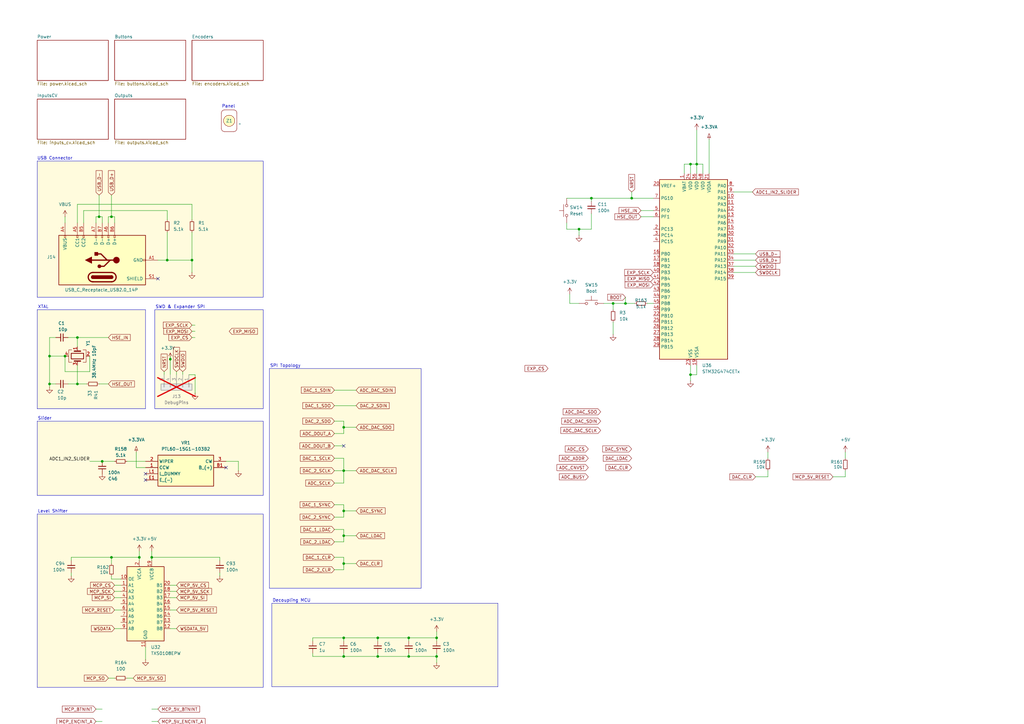
<source format=kicad_sch>
(kicad_sch (version 20231120) (generator "eeschema") (generator_version "8.0")
  (paper "A3")
  (lib_symbols
    (symbol "BMCV:FrontPanel" (in_bom no)
      (property "Reference" "Z" (at 0 0 0))
    )
    (symbol "BMCV:PTLxx-xxxx-xxxxx"
      (property "Reference" "VR" (at 29.21 7.62 0))
      (property "Value" "PTLxx-xxxx-xxxxx" (at 29.21 5.08 0))
      (symbol "PTLxx-xxxx-xxxxx_1_1"
        (pin passive line (at 0 -2.54 0) (length 5.08) (name "CCW") (number "1"))
        (pin passive line (at 0 0 0) (length 5.08) (name "WIPER") (number "2"))
        (pin passive line (at 33.02 0 180) (length 5.08) (name "CW") (number "3"))
        (pin passive line (at 33.02 -2.54 180) (length 5.08) (name "B_(+)") (number "B1"))
        (pin passive line (at 0 -7.62 0) (length 5.08) (name "E_(-)") (number "E1"))
        (pin passive line (at 0 -5.08 0) (length 5.08) (name "L_DUMMY") (number "L1"))
      )
    )
    (symbol "Connector:USB_C_Receptacle_USB2.0_14P" (pin_names (offset 1.016))
      (property "Reference" "J" (at 0 22.225 0))
      (property "Value" "USB_C_Receptacle_USB2.0_14P" (at 0 19.685 0))
      (symbol "USB_C_Receptacle_USB2.0_14P_1_1"
        (pin passive line (at 0 -22.86 90) (length 5.08) (name "GND") (number "A1"))
        (pin passive line (at 0 -22.86 90) (length 5.08) hide (name "GND") (number "A12"))
        (pin passive line (at 15.24 15.24 180) (length 5.08) (name "VBUS") (number "A4"))
        (pin bidirectional line (at 15.24 10.16 180) (length 5.08) (name "CC1") (number "A5"))
        (pin bidirectional line (at 15.24 -2.54 180) (length 5.08) (name "D+") (number "A6"))
        (pin bidirectional line (at 15.24 2.54 180) (length 5.08) (name "D-") (number "A7"))
        (pin passive line (at 15.24 15.24 180) (length 5.08) hide (name "VBUS") (number "A9"))
        (pin passive line (at 0 -22.86 90) (length 5.08) hide (name "GND") (number "B1"))
        (pin passive line (at 0 -22.86 90) (length 5.08) hide (name "GND") (number "B12"))
        (pin passive line (at 15.24 15.24 180) (length 5.08) hide (name "VBUS") (number "B4"))
        (pin bidirectional line (at 15.24 7.62 180) (length 5.08) (name "CC2") (number "B5"))
        (pin bidirectional line (at 15.24 -5.08 180) (length 5.08) (name "D+") (number "B6"))
        (pin bidirectional line (at 15.24 0 180) (length 5.08) (name "D-") (number "B7"))
        (pin passive line (at 15.24 15.24 180) (length 5.08) hide (name "VBUS") (number "B9"))
        (pin passive line (at -7.62 -22.86 90) (length 5.08) (name "SHIELD") (number "S1"))
      )
    )
    (symbol "Connector_Generic:Conn_01x05" (pin_names (offset 1.016) hide)
      (property "Reference" "J" (at 0 7.62 0))
      (property "Value" "Conn_01x05" (at 0 -7.62 0))
      (symbol "Conn_01x05_1_1"
        (pin passive line (at -5.08 5.08 0) (length 3.81) (name "Pin_1") (number "1"))
        (pin passive line (at -5.08 2.54 0) (length 3.81) (name "Pin_2") (number "2"))
        (pin passive line (at -5.08 0 0) (length 3.81) (name "Pin_3") (number "3"))
        (pin passive line (at -5.08 -2.54 0) (length 3.81) (name "Pin_4") (number "4"))
        (pin passive line (at -5.08 -5.08 0) (length 3.81) (name "Pin_5") (number "5"))
      )
    )
    (symbol "Device:C_Small" (pin_numbers hide) (pin_names (offset 0.254) hide)
      (property "Reference" "C" (at 0.254 1.778 0))
      (property "Value" "C_Small" (at 0.254 -2.032 0))
      (symbol "C_Small_1_1"
        (pin passive line (at 0 2.54 270) (length 2.032) (name "~") (number "1"))
        (pin passive line (at 0 -2.54 90) (length 2.032) (name "~") (number "2"))
      )
    )
    (symbol "Device:Crystal_GND24" (pin_names (offset 1.016) hide)
      (property "Reference" "Y" (at 3.175 5.08 0))
      (property "Value" "Crystal_GND24" (at 3.175 3.175 0))
      (symbol "Crystal_GND24_1_1"
        (pin passive line (at -3.81 0 0) (length 1.27) (name "1") (number "1"))
        (pin passive line (at 0 5.08 270) (length 1.27) (name "2") (number "2"))
        (pin passive line (at 3.81 0 180) (length 1.27) (name "3") (number "3"))
        (pin passive line (at 0 -5.08 90) (length 1.27) (name "4") (number "4"))
      )
    )
    (symbol "Device:R_Small" (pin_numbers hide) (pin_names (offset 0.254) hide)
      (property "Reference" "R" (at 0.762 0.508 0))
      (property "Value" "R_Small" (at 0.762 -1.016 0))
      (symbol "R_Small_1_1"
        (pin passive line (at 0 2.54 270) (length 0.762) (name "~") (number "1"))
        (pin passive line (at 0 -2.54 90) (length 0.762) (name "~") (number "2"))
      )
    )
    (symbol "Logic_LevelTranslator:TXS0108EPW"
      (property "Reference" "U" (at -6.35 16.51 0))
      (property "Value" "TXS0108EPW" (at 3.81 16.51 0))
      (symbol "TXS0108EPW_1_1"
        (pin bidirectional line (at -10.16 7.62 0) (length 2.54) (name "A1") (number "1"))
        (pin input line (at -10.16 10.16 0) (length 2.54) (name "OE") (number "10"))
        (pin power_in line (at 0 -17.78 90) (length 2.54) (name "GND") (number "11"))
        (pin bidirectional line (at 10.16 -10.16 180) (length 2.54) (name "B8") (number "12"))
        (pin bidirectional line (at 10.16 -7.62 180) (length 2.54) (name "B7") (number "13"))
        (pin bidirectional line (at 10.16 -5.08 180) (length 2.54) (name "B6") (number "14"))
        (pin bidirectional line (at 10.16 -2.54 180) (length 2.54) (name "B5") (number "15"))
        (pin bidirectional line (at 10.16 0 180) (length 2.54) (name "B4") (number "16"))
        (pin bidirectional line (at 10.16 2.54 180) (length 2.54) (name "B3") (number "17"))
        (pin bidirectional line (at 10.16 5.08 180) (length 2.54) (name "B2") (number "18"))
        (pin power_in line (at 2.54 17.78 270) (length 2.54) (name "VCCB") (number "19"))
        (pin power_in line (at -2.54 17.78 270) (length 2.54) (name "VCCA") (number "2"))
        (pin bidirectional line (at 10.16 7.62 180) (length 2.54) (name "B1") (number "20"))
        (pin bidirectional line (at -10.16 5.08 0) (length 2.54) (name "A2") (number "3"))
        (pin bidirectional line (at -10.16 2.54 0) (length 2.54) (name "A3") (number "4"))
        (pin bidirectional line (at -10.16 0 0) (length 2.54) (name "A4") (number "5"))
        (pin bidirectional line (at -10.16 -2.54 0) (length 2.54) (name "A5") (number "6"))
        (pin bidirectional line (at -10.16 -5.08 0) (length 2.54) (name "A6") (number "7"))
        (pin bidirectional line (at -10.16 -7.62 0) (length 2.54) (name "A7") (number "8"))
        (pin bidirectional line (at -10.16 -10.16 0) (length 2.54) (name "A8") (number "9"))
      )
    )
    (symbol "MCU_ST_STM32G4:STM32G474CETx"
      (property "Reference" "U" (at -12.7 39.37 0))
      (property "Value" "STM32G474CETx" (at 10.16 39.37 0))
      (symbol "STM32G474CETx_1_1"
        (pin power_in line (at -2.54 40.64 270) (length 2.54) (name "VBAT") (number "1"))
        (pin bidirectional line (at 17.78 30.48 180) (length 2.54) (name "PA2") (number "10"))
        (pin bidirectional line (at 17.78 27.94 180) (length 2.54) (name "PA3") (number "11"))
        (pin bidirectional line (at 17.78 25.4 180) (length 2.54) (name "PA4") (number "12"))
        (pin bidirectional line (at 17.78 22.86 180) (length 2.54) (name "PA5") (number "13"))
        (pin bidirectional line (at 17.78 20.32 180) (length 2.54) (name "PA6") (number "14"))
        (pin bidirectional line (at 17.78 17.78 180) (length 2.54) (name "PA7") (number "15"))
        (pin bidirectional line (at -15.24 7.62 0) (length 2.54) (name "PB0") (number "16"))
        (pin bidirectional line (at -15.24 5.08 0) (length 2.54) (name "PB1") (number "17"))
        (pin bidirectional line (at -15.24 2.54 0) (length 2.54) (name "PB2") (number "18"))
        (pin power_in line (at 2.54 -38.1 90) (length 2.54) (name "VSSA") (number "19"))
        (pin bidirectional line (at -15.24 17.78 0) (length 2.54) (name "PC13") (number "2"))
        (pin input line (at -15.24 35.56 0) (length 2.54) (name "VREF+") (number "20"))
        (pin power_in line (at 7.62 40.64 270) (length 2.54) (name "VDDA") (number "21"))
        (pin bidirectional line (at -15.24 -17.78 0) (length 2.54) (name "PB10") (number "22"))
        (pin power_in line (at 0 -38.1 90) (length 2.54) (name "VSS") (number "23"))
        (pin power_in line (at 0 40.64 270) (length 2.54) (name "VDD") (number "24"))
        (pin bidirectional line (at -15.24 -20.32 0) (length 2.54) (name "PB11") (number "25"))
        (pin bidirectional line (at -15.24 -22.86 0) (length 2.54) (name "PB12") (number "26"))
        (pin bidirectional line (at -15.24 -25.4 0) (length 2.54) (name "PB13") (number "27"))
        (pin bidirectional line (at -15.24 -27.94 0) (length 2.54) (name "PB14") (number "28"))
        (pin bidirectional line (at -15.24 -30.48 0) (length 2.54) (name "PB15") (number "29"))
        (pin bidirectional line (at -15.24 15.24 0) (length 2.54) (name "PC14") (number "3"))
        (pin bidirectional line (at 17.78 15.24 180) (length 2.54) (name "PA8") (number "30"))
        (pin bidirectional line (at 17.78 12.7 180) (length 2.54) (name "PA9") (number "31"))
        (pin bidirectional line (at 17.78 10.16 180) (length 2.54) (name "PA10") (number "32"))
        (pin bidirectional line (at 17.78 7.62 180) (length 2.54) (name "PA11") (number "33"))
        (pin bidirectional line (at 17.78 5.08 180) (length 2.54) (name "PA12") (number "34"))
        (pin passive line (at 0 -38.1 90) (length 2.54) hide (name "VSS") (number "35"))
        (pin power_in line (at 2.54 40.64 270) (length 2.54) (name "VDD") (number "36"))
        (pin bidirectional line (at 17.78 2.54 180) (length 2.54) (name "PA13") (number "37"))
        (pin bidirectional line (at 17.78 0 180) (length 2.54) (name "PA14") (number "38"))
        (pin bidirectional line (at 17.78 -2.54 180) (length 2.54) (name "PA15") (number "39"))
        (pin bidirectional line (at -15.24 12.7 0) (length 2.54) (name "PC15") (number "4"))
        (pin bidirectional line (at -15.24 0 0) (length 2.54) (name "PB3") (number "40"))
        (pin bidirectional line (at -15.24 -2.54 0) (length 2.54) (name "PB4") (number "41"))
        (pin bidirectional line (at -15.24 -5.08 0) (length 2.54) (name "PB5") (number "42"))
        (pin bidirectional line (at -15.24 -7.62 0) (length 2.54) (name "PB6") (number "43"))
        (pin bidirectional line (at -15.24 -10.16 0) (length 2.54) (name "PB7") (number "44"))
        (pin bidirectional line (at -15.24 -12.7 0) (length 2.54) (name "PB8") (number "45"))
        (pin bidirectional line (at -15.24 -15.24 0) (length 2.54) (name "PB9") (number "46"))
        (pin passive line (at 0 -38.1 90) (length 2.54) hide (name "VSS") (number "47"))
        (pin power_in line (at 5.08 40.64 270) (length 2.54) (name "VDD") (number "48"))
        (pin bidirectional line (at -15.24 25.4 0) (length 2.54) (name "PF0") (number "5"))
        (pin bidirectional line (at -15.24 22.86 0) (length 2.54) (name "PF1") (number "6"))
        (pin bidirectional line (at -15.24 30.48 0) (length 2.54) (name "PG10") (number "7"))
        (pin bidirectional line (at 17.78 35.56 180) (length 2.54) (name "PA0") (number "8"))
        (pin bidirectional line (at 17.78 33.02 180) (length 2.54) (name "PA1") (number "9"))
      )
    )
    (symbol "PCM_4ms_Power-symbol:+3.3V" (power) (pin_names (offset 0))
      (property "Value" "+3.3V" (at 0 3.556 0))
      (symbol "+3.3V_1_1"
        (pin power_in line (at 0 0 90) (length 0) hide (name "+3V3") (number "1"))
      )
    )
    (symbol "PCM_4ms_Power-symbol:+3.3VA" (power) (pin_names (offset 0))
      (property "Value" "+3.3VA" (at 0 3.81 0))
      (symbol "+3.3VA_0_0"
        (pin power_in line (at 0 0 90) (length 0) hide (name "+3.3VA") (number "1"))
      )
    )
    (symbol "Switch:SW_Push" (pin_numbers hide) (pin_names (offset 1.016) hide)
      (property "Reference" "SW" (at 1.27 2.54 0))
      (property "Value" "SW_Push" (at 0 -1.524 0))
      (symbol "SW_Push_0_1"
        (pin passive line (at -5.08 0 0) (length 2.54) (name "1") (number "1"))
        (pin passive line (at 5.08 0 180) (length 2.54) (name "2") (number "2"))
      )
    )
    (symbol "power:+5V" (power) (pin_numbers hide) (pin_names (offset 0) hide)
      (property "Value" "+5V" (at 0 3.556 0))
      (symbol "+5V_1_1"
        (pin power_in line (at 0 0 90) (length 0) (name "~") (number "1"))
      )
    )
    (symbol "power:GND" (power) (pin_numbers hide) (pin_names (offset 0) hide)
      (property "Value" "GND" (at 0 -3.81 0))
      (symbol "GND_1_1"
        (pin power_in line (at 0 0 270) (length 0) (name "~") (number "1"))
      )
    )
    (symbol "power:VBUS" (power) (pin_numbers hide) (pin_names (offset 0) hide)
      (property "Value" "VBUS" (at 0 3.556 0))
      (symbol "VBUS_1_1"
        (pin power_in line (at 0 0 90) (length 0) (name "~") (number "1"))
      )
    )
  )
  (junction (at 140.97 193.04))
  (junction (at 41.91 189.23))
  (junction (at 154.94 269.24))
  (junction (at 40.64 88.9))
  (junction (at 179.07 261.62))
  (junction (at 154.94 261.62))
  (junction (at 140.97 219.71))
  (junction (at 26.67 146.05))
  (junction (at 259.08 81.28))
  (junction (at 140.97 231.14))
  (junction (at 78.74 106.68))
  (junction (at 68.58 106.68))
  (junction (at 20.32 157.48))
  (junction (at 31.75 138.43))
  (junction (at 283.21 153.67))
  (junction (at 251.46 124.46))
  (junction (at 167.64 261.62))
  (junction (at 179.07 269.24))
  (junction (at 45.72 88.9))
  (junction (at 167.64 269.24))
  (junction (at 57.15 228.6))
  (junction (at 285.75 67.31))
  (junction (at 256.54 124.46))
  (junction (at 20.32 146.05))
  (junction (at 69.85 147.32))
  (junction (at 140.97 209.55))
  (junction (at 283.21 67.31))
  (junction (at 237.49 93.98))
  (junction (at 45.72 228.6))
  (junction (at 62.23 228.6))
  (junction (at 140.97 269.24))
  (junction (at 140.97 175.26))
  (junction (at 31.75 157.48))
  (junction (at 140.97 261.62))
  (junction (at 242.57 81.28))
  (no_connect (at 140.97 182.88))
  (no_connect (at 59.69 196.85))
  (no_connect (at 64.77 114.3))
  (no_connect (at 59.69 194.31))
  (no_connect (at 92.71 191.77))
  (wire (pts (xy 137.16 160.02) (xy 146.05 160.02)))
  (wire (pts (xy 68.58 86.36) (xy 68.58 90.17)))
  (wire (pts (xy 251.46 124.46) (xy 251.46 127)))
  (wire (pts (xy 128.27 261.62) (xy 140.97 261.62)))
  (wire (pts (xy 251.46 132.08) (xy 251.46 137.16)))
  (wire (pts (xy 233.68 120.65) (xy 233.68 124.46)))
  (wire (pts (xy 259.08 81.28) (xy 267.97 81.28)))
  (wire (pts (xy 140.97 261.62) (xy 154.94 261.62)))
  (wire (pts (xy 69.85 245.11) (xy 72.39 245.11)))
  (wire (pts (xy 314.96 185.42) (xy 314.96 187.96)))
  (wire (pts (xy 140.97 198.12) (xy 137.16 198.12)))
  (wire (pts (xy 140.97 177.8) (xy 137.16 177.8)))
  (wire (pts (xy 140.97 212.09) (xy 137.16 212.09)))
  (wire (pts (xy 41.91 91.44) (xy 41.91 88.9)))
  (wire (pts (xy 154.94 261.62) (xy 154.94 262.89)))
  (wire (pts (xy 46.99 240.03) (xy 49.53 240.03)))
  (wire (pts (xy 247.65 124.46) (xy 251.46 124.46)))
  (wire (pts (xy 242.57 87.63) (xy 242.57 93.98)))
  (wire (pts (xy 31.75 157.48) (xy 27.94 157.48)))
  (wire (pts (xy 137.16 166.37) (xy 146.05 166.37)))
  (wire (pts (xy 179.07 267.97) (xy 179.07 269.24)))
  (wire (pts (xy 46.99 88.9) (xy 46.99 91.44)))
  (wire (pts (xy 31.75 138.43) (xy 31.75 142.24)))
  (wire (pts (xy 167.64 261.62) (xy 179.07 261.62)))
  (wire (pts (xy 232.41 93.98) (xy 237.49 93.98)))
  (wire (pts (xy 300.99 106.68) (xy 309.88 106.68)))
  (wire (pts (xy 140.97 228.6) (xy 140.97 231.14)))
  (wire (pts (xy 128.27 261.62) (xy 128.27 262.89)))
  (wire (pts (xy 31.75 138.43) (xy 27.94 138.43)))
  (wire (pts (xy 140.97 193.04) (xy 140.97 198.12)))
  (wire (pts (xy 69.85 147.32) (xy 69.85 146.05)))
  (wire (pts (xy 140.97 207.01) (xy 140.97 209.55)))
  (wire (pts (xy 300.99 111.76) (xy 309.88 111.76)))
  (wire (pts (xy 69.85 240.03) (xy 72.39 240.03)))
  (wire (pts (xy 78.74 111.76) (xy 78.74 106.68)))
  (wire (pts (xy 44.45 91.44) (xy 44.45 88.9)))
  (wire (pts (xy 259.08 78.74) (xy 259.08 81.28)))
  (wire (pts (xy 300.99 109.22) (xy 309.88 109.22)))
  (wire (pts (xy 78.74 138.43) (xy 80.01 138.43)))
  (wire (pts (xy 167.64 261.62) (xy 167.64 262.89)))
  (wire (pts (xy 52.07 278.13) (xy 54.61 278.13)))
  (wire (pts (xy 78.74 95.25) (xy 78.74 106.68)))
  (wire (pts (xy 346.71 195.58) (xy 346.71 193.04)))
  (wire (pts (xy 69.85 250.19) (xy 72.39 250.19)))
  (wire (pts (xy 140.97 172.72) (xy 140.97 175.26)))
  (wire (pts (xy 36.83 152.4) (xy 26.67 152.4)))
  (wire (pts (xy 140.97 231.14) (xy 140.97 233.68)))
  (wire (pts (xy 45.72 236.22) (xy 45.72 237.49)))
  (wire (pts (xy 78.74 133.35) (xy 80.01 133.35)))
  (wire (pts (xy 346.71 185.42) (xy 346.71 187.96)))
  (wire (pts (xy 154.94 261.62) (xy 167.64 261.62)))
  (wire (pts (xy 68.58 86.36) (xy 34.29 86.36)))
  (wire (pts (xy 140.97 209.55) (xy 140.97 212.09)))
  (wire (pts (xy 39.37 295.91) (xy 41.91 295.91)))
  (wire (pts (xy 57.15 228.6) (xy 45.72 228.6)))
  (wire (pts (xy 137.16 182.88) (xy 140.97 182.88)))
  (wire (pts (xy 39.37 298.45) (xy 41.91 298.45)))
  (wire (pts (xy 140.97 222.25) (xy 137.16 222.25)))
  (wire (pts (xy 290.83 57.15) (xy 290.83 71.12)))
  (wire (pts (xy 62.23 226.06) (xy 62.23 228.6)))
  (wire (pts (xy 283.21 153.67) (xy 283.21 156.21)))
  (wire (pts (xy 137.16 172.72) (xy 140.97 172.72)))
  (wire (pts (xy 67.31 152.4) (xy 67.31 153.67)))
  (wire (pts (xy 39.37 290.83) (xy 41.91 290.83)))
  (wire (pts (xy 69.85 153.67) (xy 69.85 147.32)))
  (wire (pts (xy 128.27 269.24) (xy 140.97 269.24)))
  (wire (pts (xy 68.58 106.68) (xy 64.77 106.68)))
  (wire (pts (xy 29.21 228.6) (xy 29.21 229.87)))
  (wire (pts (xy 35.56 157.48) (xy 31.75 157.48)))
  (wire (pts (xy 262.89 88.9) (xy 267.97 88.9)))
  (wire (pts (xy 267.97 86.36) (xy 262.89 86.36)))
  (wire (pts (xy 80.01 153.67) (xy 77.47 153.67)))
  (wire (pts (xy 314.96 195.58) (xy 314.96 193.04)))
  (wire (pts (xy 72.39 152.4) (xy 72.39 153.67)))
  (wire (pts (xy 283.21 67.31) (xy 285.75 67.31)))
  (wire (pts (xy 140.97 219.71) (xy 140.97 222.25)))
  (wire (pts (xy 242.57 81.28) (xy 242.57 82.55)))
  (wire (pts (xy 140.97 193.04) (xy 146.05 193.04)))
  (wire (pts (xy 45.72 237.49) (xy 49.53 237.49)))
  (wire (pts (xy 140.97 269.24) (xy 154.94 269.24)))
  (wire (pts (xy 45.72 228.6) (xy 45.72 231.14)))
  (wire (pts (xy 167.64 269.24) (xy 179.07 269.24)))
  (wire (pts (xy 232.41 91.44) (xy 232.41 93.98)))
  (wire (pts (xy 140.97 209.55) (xy 146.05 209.55)))
  (wire (pts (xy 285.75 153.67) (xy 283.21 153.67)))
  (wire (pts (xy 140.97 267.97) (xy 140.97 269.24)))
  (wire (pts (xy 40.64 88.9) (xy 40.64 80.01)))
  (wire (pts (xy 90.17 234.95) (xy 90.17 236.22)))
  (wire (pts (xy 46.99 257.81) (xy 49.53 257.81)))
  (wire (pts (xy 26.67 88.9) (xy 26.67 91.44)))
  (wire (pts (xy 140.97 233.68) (xy 137.16 233.68)))
  (wire (pts (xy 40.64 88.9) (xy 39.37 88.9)))
  (wire (pts (xy 31.75 83.82) (xy 31.75 91.44)))
  (wire (pts (xy 233.68 124.46) (xy 237.49 124.46)))
  (wire (pts (xy 62.23 290.83) (xy 64.77 290.83)))
  (wire (pts (xy 68.58 95.25) (xy 68.58 106.68)))
  (wire (pts (xy 46.99 245.11) (xy 49.53 245.11)))
  (wire (pts (xy 265.43 124.46) (xy 267.97 124.46)))
  (wire (pts (xy 41.91 88.9) (xy 40.64 88.9)))
  (wire (pts (xy 137.16 207.01) (xy 140.97 207.01)))
  (wire (pts (xy 74.93 152.4) (xy 74.93 153.67)))
  (wire (pts (xy 140.97 231.14) (xy 146.05 231.14)))
  (wire (pts (xy 22.86 138.43) (xy 20.32 138.43)))
  (wire (pts (xy 140.97 175.26) (xy 146.05 175.26)))
  (wire (pts (xy 20.32 157.48) (xy 20.32 146.05)))
  (wire (pts (xy 62.23 295.91) (xy 64.77 295.91)))
  (wire (pts (xy 31.75 157.48) (xy 31.75 149.86)))
  (wire (pts (xy 44.45 138.43) (xy 31.75 138.43)))
  (wire (pts (xy 128.27 267.97) (xy 128.27 269.24)))
  (wire (pts (xy 39.37 88.9) (xy 39.37 91.44)))
  (wire (pts (xy 285.75 53.34) (xy 285.75 67.31)))
  (wire (pts (xy 41.91 189.23) (xy 46.99 189.23)))
  (wire (pts (xy 140.97 261.62) (xy 140.97 262.89)))
  (wire (pts (xy 256.54 124.46) (xy 260.35 124.46)))
  (wire (pts (xy 45.72 88.9) (xy 46.99 88.9)))
  (wire (pts (xy 36.83 189.23) (xy 41.91 189.23)))
  (wire (pts (xy 280.67 71.12) (xy 280.67 67.31)))
  (wire (pts (xy 140.97 187.96) (xy 140.97 193.04)))
  (wire (pts (xy 140.97 219.71) (xy 146.05 219.71)))
  (wire (pts (xy 167.64 267.97) (xy 167.64 269.24)))
  (wire (pts (xy 78.74 106.68) (xy 68.58 106.68)))
  (wire (pts (xy 22.86 157.48) (xy 20.32 157.48)))
  (wire (pts (xy 26.67 146.05) (xy 20.32 146.05)))
  (wire (pts (xy 237.49 93.98) (xy 237.49 96.52)))
  (wire (pts (xy 137.16 228.6) (xy 140.97 228.6)))
  (wire (pts (xy 26.67 146.05) (xy 26.67 152.4)))
  (wire (pts (xy 283.21 149.86) (xy 283.21 153.67)))
  (wire (pts (xy 55.88 191.77) (xy 55.88 185.42)))
  (wire (pts (xy 97.79 189.23) (xy 97.79 193.04)))
  (wire (pts (xy 46.99 242.57) (xy 49.53 242.57)))
  (wire (pts (xy 140.97 217.17) (xy 140.97 219.71)))
  (wire (pts (xy 242.57 93.98) (xy 237.49 93.98)))
  (wire (pts (xy 179.07 261.62) (xy 179.07 262.89)))
  (wire (pts (xy 251.46 124.46) (xy 256.54 124.46)))
  (wire (pts (xy 69.85 242.57) (xy 72.39 242.57)))
  (wire (pts (xy 285.75 67.31) (xy 285.75 71.12)))
  (wire (pts (xy 62.23 228.6) (xy 62.23 229.87)))
  (wire (pts (xy 280.67 67.31) (xy 283.21 67.31)))
  (wire (pts (xy 137.16 217.17) (xy 140.97 217.17)))
  (wire (pts (xy 78.74 83.82) (xy 78.74 90.17)))
  (wire (pts (xy 283.21 71.12) (xy 283.21 67.31)))
  (wire (pts (xy 341.63 195.58) (xy 346.71 195.58)))
  (wire (pts (xy 137.16 193.04) (xy 140.97 193.04)))
  (wire (pts (xy 44.45 88.9) (xy 45.72 88.9)))
  (wire (pts (xy 232.41 81.28) (xy 242.57 81.28)))
  (wire (pts (xy 45.72 80.01) (xy 45.72 88.9)))
  (wire (pts (xy 92.71 189.23) (xy 97.79 189.23)))
  (wire (pts (xy 78.74 83.82) (xy 31.75 83.82)))
  (wire (pts (xy 20.32 158.75) (xy 20.32 157.48)))
  (wire (pts (xy 309.88 195.58) (xy 314.96 195.58)))
  (wire (pts (xy 29.21 234.95) (xy 29.21 236.22)))
  (wire (pts (xy 179.07 259.08) (xy 179.07 261.62)))
  (wire (pts (xy 288.29 71.12) (xy 288.29 67.31)))
  (wire (pts (xy 137.16 187.96) (xy 140.97 187.96)))
  (wire (pts (xy 62.23 228.6) (xy 90.17 228.6)))
  (wire (pts (xy 78.74 135.89) (xy 80.01 135.89)))
  (wire (pts (xy 179.07 269.24) (xy 179.07 271.78)))
  (wire (pts (xy 256.54 121.92) (xy 256.54 124.46)))
  (wire (pts (xy 154.94 269.24) (xy 167.64 269.24)))
  (wire (pts (xy 300.99 104.14) (xy 309.88 104.14)))
  (wire (pts (xy 34.29 86.36) (xy 34.29 91.44)))
  (wire (pts (xy 242.57 81.28) (xy 259.08 81.28)))
  (wire (pts (xy 36.83 146.05) (xy 36.83 152.4)))
  (wire (pts (xy 52.07 189.23) (xy 59.69 189.23)))
  (wire (pts (xy 46.99 250.19) (xy 49.53 250.19)))
  (wire (pts (xy 140.97 175.26) (xy 140.97 177.8)))
  (wire (pts (xy 69.85 257.81) (xy 72.39 257.81)))
  (wire (pts (xy 80.01 161.29) (xy 80.01 153.67)))
  (wire (pts (xy 57.15 226.06) (xy 57.15 228.6)))
  (wire (pts (xy 300.99 78.74) (xy 308.61 78.74)))
  (wire (pts (xy 285.75 149.86) (xy 285.75 153.67)))
  (wire (pts (xy 90.17 228.6) (xy 90.17 229.87)))
  (wire (pts (xy 59.69 265.43) (xy 59.69 270.51)))
  (wire (pts (xy 44.45 157.48) (xy 40.64 157.48)))
  (wire (pts (xy 154.94 267.97) (xy 154.94 269.24)))
  (wire (pts (xy 288.29 67.31) (xy 285.75 67.31)))
  (wire (pts (xy 62.23 298.45) (xy 64.77 298.45)))
  (wire (pts (xy 45.72 228.6) (xy 29.21 228.6)))
  (wire (pts (xy 57.15 228.6) (xy 57.15 229.87)))
  (wire (pts (xy 20.32 146.05) (xy 20.32 138.43)))
  (wire (pts (xy 59.69 191.77) (xy 55.88 191.77)))
  (wire (pts (xy 44.45 278.13) (xy 46.99 278.13)))
  (rectangle (start 63.5 127) (end 107.95 167.64) (fill (type color) (color 255 246 187 0.49)))
  (rectangle (start 111.506 247.396) (end 204.216 281.686) (fill (type color) (color 255 246 187 0.49)))
  (rectangle (start 15.24 172.72) (end 107.95 203.2) (fill (type color) (color 255 246 187 0.49)))
  (rectangle (start 15.24 210.82) (end 107.95 281.94) (fill (type color) (color 255 246 187 0.49)))
  (rectangle (start 110.49 151.13) (end 172.72 241.3) (fill (type color) (color 255 246 187 0.49)))
  (rectangle (start 15.24 66.04) (end 107.95 121.92) (fill (type color) (color 255 246 187 0.49)))
  (rectangle (start 15.24 127) (end 59.69 167.64) (fill (type color) (color 255 246 187 0.49)))
  (text "SPI Topology" (at 110.744 150.114 0) (effects (font (size 1.27 1.27)) (justify left)))
  (text "Slider" (at 15.494 171.704 0) (effects (font (size 1.27 1.27)) (justify left)))
  (text "Panel" (at 93.726 43.688 0) (effects (font (size 1.27 1.27))))
  (text "Level Shifter" (at 15.494 209.804 0) (effects (font (size 1.27 1.27)) (justify left)))
  (text "Decoupling MCU" (at 111.76 246.38 0) (effects (font (size 1.27 1.27)) (justify left)))
  (text "USB Connector" (at 15.24 65.024 0) (effects (font (size 1.27 1.27)) (justify left)))
  (text "XTAL" (at 15.494 125.984 0) (effects (font (size 1.27 1.27)) (justify left)))
  (text "SWD & Expander SPI" (at 63.754 125.984 0) (effects (font (size 1.27 1.27)) (justify left)))
  (label "ADC1_IN2_SLIDER" (at 36.83 189.23 180))
  (global_label "EXP_MOSI" (shape input) (at 78.74 135.89 180) (property "Intersheetrefs" "${INTERSHEET_REFS}" (effects (hide yes))))
  (global_label "SWDIO" (shape input) (at 74.93 152.4 90) (property "Intersheetrefs" "${INTERSHEET_REFS}" (effects (hide yes))))
  (global_label "ADC_DAC_SCLK" (shape input) (at 246.38 176.53 180) (property "Intersheetrefs" "${INTERSHEET_REFS}" (effects (hide yes))))
  (global_label "MCP_SO" (shape input) (at 44.45 278.13 180) (property "Intersheetrefs" "${INTERSHEET_REFS}" (effects (hide yes))))
  (global_label "DAC_SYNC" (shape input) (at 259.08 184.15 180) (property "Intersheetrefs" "${INTERSHEET_REFS}" (effects (hide yes))))
  (global_label "WSDATA" (shape input) (at 46.99 257.81 180) (property "Intersheetrefs" "${INTERSHEET_REFS}" (effects (hide yes))))
  (global_label "ADC_ADDR" (shape input) (at 241.3 187.96 180) (property "Intersheetrefs" "${INTERSHEET_REFS}" (effects (hide yes))))
  (global_label "ADC_DAC_SCLK" (shape input) (at 146.05 193.04 0) (property "Intersheetrefs" "${INTERSHEET_REFS}" (effects (hide yes))))
  (global_label "BOOT" (shape input) (at 256.54 121.92 180) (property "Intersheetrefs" "${INTERSHEET_REFS}" (effects (hide yes))))
  (global_label "DAC_2_SDIN" (shape input) (at 146.05 166.37 0) (property "Intersheetrefs" "${INTERSHEET_REFS}" (effects (hide yes))))
  (global_label "DAC_LDAC" (shape input) (at 146.05 219.71 0) (property "Intersheetrefs" "${INTERSHEET_REFS}" (effects (hide yes))))
  (global_label "MCP_5V_CS" (shape input) (at 72.39 240.03 0) (property "Intersheetrefs" "${INTERSHEET_REFS}" (effects (hide yes))))
  (global_label "NRST" (shape input) (at 259.08 78.74 90) (property "Intersheetrefs" "${INTERSHEET_REFS}" (effects (hide yes))))
  (global_label "MCP_SCK" (shape input) (at 46.99 242.57 180) (property "Intersheetrefs" "${INTERSHEET_REFS}" (effects (hide yes))))
  (global_label "DAC_1_SCLK" (shape input) (at 137.16 187.96 180) (property "Intersheetrefs" "${INTERSHEET_REFS}" (effects (hide yes))))
  (global_label "MCP_5V_ENCINT_A" (shape input) (at 64.77 295.91 0) (property "Intersheetrefs" "${INTERSHEET_REFS}" (effects (hide yes))))
  (global_label "USB_D+" (shape input) (at 45.72 80.01 90) (property "Intersheetrefs" "${INTERSHEET_REFS}" (effects (hide yes))))
  (global_label "USB_D+" (shape input) (at 309.88 106.68 0) (property "Intersheetrefs" "${INTERSHEET_REFS}" (effects (hide yes))))
  (global_label "EXP_SCLK" (shape input) (at 78.74 133.35 180) (property "Intersheetrefs" "${INTERSHEET_REFS}" (effects (hide yes))))
  (global_label "DAC_1_LDAC" (shape input) (at 137.16 217.17 180) (property "Intersheetrefs" "${INTERSHEET_REFS}" (effects (hide yes))))
  (global_label "DAC_CLR" (shape input) (at 259.08 191.77 180) (property "Intersheetrefs" "${INTERSHEET_REFS}" (effects (hide yes))))
  (global_label "MCP_RESET" (shape input) (at 46.99 250.19 180) (property "Intersheetrefs" "${INTERSHEET_REFS}" (effects (hide yes))))
  (global_label "ADC_DAC_SDIN" (shape input) (at 146.05 160.02 0) (property "Intersheetrefs" "${INTERSHEET_REFS}" (effects (hide yes))))
  (global_label "ADC_DOUT_B" (shape input) (at 137.16 182.88 180) (property "Intersheetrefs" "${INTERSHEET_REFS}" (effects (hide yes))))
  (global_label "EXP_CS" (shape input) (at 224.79 151.13 180) (property "Intersheetrefs" "${INTERSHEET_REFS}" (effects (hide yes))))
  (global_label "USB_D-" (shape input) (at 309.88 104.14 0) (property "Intersheetrefs" "${INTERSHEET_REFS}" (effects (hide yes))))
  (global_label "HSE_IN" (shape input) (at 44.45 138.43 0) (property "Intersheetrefs" "${INTERSHEET_REFS}" (effects (hide yes))))
  (global_label "DAC_2_SYNC" (shape input) (at 137.16 212.09 180) (property "Intersheetrefs" "${INTERSHEET_REFS}" (effects (hide yes))))
  (global_label "MCP_SI" (shape input) (at 46.99 245.11 180) (property "Intersheetrefs" "${INTERSHEET_REFS}" (effects (hide yes))))
  (global_label "DAC_CLR" (shape input) (at 309.88 195.58 180) (property "Intersheetrefs" "${INTERSHEET_REFS}" (effects (hide yes))))
  (global_label "ADC_CNVST" (shape input) (at 241.3 191.77 180) (property "Intersheetrefs" "${INTERSHEET_REFS}" (effects (hide yes))))
  (global_label "ADC_CS" (shape input) (at 241.3 184.15 180) (property "Intersheetrefs" "${INTERSHEET_REFS}" (effects (hide yes))))
  (global_label "MCP_5V_BTNINT" (shape input) (at 64.77 290.83 0) (property "Intersheetrefs" "${INTERSHEET_REFS}" (effects (hide yes))))
  (global_label "MCP_5V_SO" (shape input) (at 54.61 278.13 0) (property "Intersheetrefs" "${INTERSHEET_REFS}" (effects (hide yes))))
  (global_label "DAC_2_SCLK" (shape input) (at 137.16 193.04 180) (property "Intersheetrefs" "${INTERSHEET_REFS}" (effects (hide yes))))
  (global_label "DAC_2_LDAC" (shape input) (at 137.16 222.25 180) (property "Intersheetrefs" "${INTERSHEET_REFS}" (effects (hide yes))))
  (global_label "DAC_CLR" (shape input) (at 146.05 231.14 0) (property "Intersheetrefs" "${INTERSHEET_REFS}" (effects (hide yes))))
  (global_label "HSE_OUT" (shape input) (at 44.45 157.48 0) (property "Intersheetrefs" "${INTERSHEET_REFS}" (effects (hide yes))))
  (global_label "DAC_1_SDO" (shape input) (at 137.16 166.37 180) (property "Intersheetrefs" "${INTERSHEET_REFS}" (effects (hide yes))))
  (global_label "USB_D-" (shape input) (at 40.64 80.01 90) (property "Intersheetrefs" "${INTERSHEET_REFS}" (effects (hide yes))))
  (global_label "ADC1_IN2_SLIDER" (shape input) (at 308.61 78.74 0) (property "Intersheetrefs" "${INTERSHEET_REFS}" (effects (hide yes))))
  (global_label "DAC_2_SDO" (shape input) (at 137.16 172.72 180) (property "Intersheetrefs" "${INTERSHEET_REFS}" (effects (hide yes))))
  (global_label "MCP_CS" (shape input) (at 46.99 240.03 180) (property "Intersheetrefs" "${INTERSHEET_REFS}" (effects (hide yes))))
  (global_label "HSE_IN" (shape input) (at 262.89 86.36 180) (property "Intersheetrefs" "${INTERSHEET_REFS}" (effects (hide yes))))
  (global_label "MCP_5V_RESET" (shape input) (at 72.39 250.19 0) (property "Intersheetrefs" "${INTERSHEET_REFS}" (effects (hide yes))))
  (global_label "WSDATA_5V" (shape input) (at 72.39 257.81 0) (property "Intersheetrefs" "${INTERSHEET_REFS}" (effects (hide yes))))
  (global_label "ADC_DAC_SDO" (shape input) (at 246.38 168.91 180) (property "Intersheetrefs" "${INTERSHEET_REFS}" (effects (hide yes))))
  (global_label "NRST" (shape input) (at 67.31 152.4 90) (property "Intersheetrefs" "${INTERSHEET_REFS}" (effects (hide yes))))
  (global_label "SWDIO" (shape input) (at 309.88 109.22 0) (property "Intersheetrefs" "${INTERSHEET_REFS}" (effects (hide yes))))
  (global_label "MCP_BTNINT" (shape input) (at 39.37 290.83 180) (property "Intersheetrefs" "${INTERSHEET_REFS}" (effects (hide yes))))
  (global_label "HSE_OUT" (shape input) (at 262.89 88.9 180) (property "Intersheetrefs" "${INTERSHEET_REFS}" (effects (hide yes))))
  (global_label "SWDCLK" (shape input) (at 309.88 111.76 0) (property "Intersheetrefs" "${INTERSHEET_REFS}" (effects (hide yes))))
  (global_label "DAC_1_SDIN" (shape input) (at 137.16 160.02 180) (property "Intersheetrefs" "${INTERSHEET_REFS}" (effects (hide yes))))
  (global_label "EXP_SCLK" (shape input) (at 267.97 111.76 180) (property "Intersheetrefs" "${INTERSHEET_REFS}" (effects (hide yes))))
  (global_label "ADC_DOUT_A" (shape input) (at 137.16 177.8 180) (property "Intersheetrefs" "${INTERSHEET_REFS}" (effects (hide yes))))
  (global_label "DAC_1_SYNC" (shape input) (at 137.16 207.01 180) (property "Intersheetrefs" "${INTERSHEET_REFS}" (effects (hide yes))))
  (global_label "MCP_5V_RESET" (shape input) (at 341.63 195.58 180) (property "Intersheetrefs" "${INTERSHEET_REFS}" (effects (hide yes))))
  (global_label "ADC_DAC_SDIN" (shape input) (at 246.38 172.72 180) (property "Intersheetrefs" "${INTERSHEET_REFS}" (effects (hide yes))))
  (global_label "ADC_SCLK" (shape input) (at 137.16 198.12 180) (property "Intersheetrefs" "${INTERSHEET_REFS}" (effects (hide yes))))
  (global_label "DAC_SYNC" (shape input) (at 146.05 209.55 0) (property "Intersheetrefs" "${INTERSHEET_REFS}" (effects (hide yes))))
  (global_label "SWDCLK" (shape input) (at 72.39 152.4 90) (property "Intersheetrefs" "${INTERSHEET_REFS}" (effects (hide yes))))
  (global_label "MCP_ENCINT_B" (shape input) (at 39.37 298.45 180) (property "Intersheetrefs" "${INTERSHEET_REFS}" (effects (hide yes))))
  (global_label "DAC_2_CLR" (shape input) (at 137.16 233.68 180) (property "Intersheetrefs" "${INTERSHEET_REFS}" (effects (hide yes))))
  (global_label "ADC_DAC_SDO" (shape input) (at 146.05 175.26 0) (property "Intersheetrefs" "${INTERSHEET_REFS}" (effects (hide yes))))
  (global_label "EXP_MISO" (shape input) (at 93.98 135.89 0) (property "Intersheetrefs" "${INTERSHEET_REFS}" (effects (hide yes))))
  (global_label "DAC_1_CLR" (shape input) (at 137.16 228.6 180) (property "Intersheetrefs" "${INTERSHEET_REFS}" (effects (hide yes))))
  (global_label "MCP_5V_ENCINT_B" (shape input) (at 64.77 298.45 0) (property "Intersheetrefs" "${INTERSHEET_REFS}" (effects (hide yes))))
  (global_label "MCP_5V_SCK" (shape input) (at 72.39 242.57 0) (property "Intersheetrefs" "${INTERSHEET_REFS}" (effects (hide yes))))
  (global_label "EXP_MISO" (shape input) (at 267.97 114.3 180) (property "Intersheetrefs" "${INTERSHEET_REFS}" (effects (hide yes))))
  (global_label "MCP_5V_SI" (shape input) (at 72.39 245.11 0) (property "Intersheetrefs" "${INTERSHEET_REFS}" (effects (hide yes))))
  (global_label "EXP_MOSI" (shape input) (at 267.97 116.84 180) (property "Intersheetrefs" "${INTERSHEET_REFS}" (effects (hide yes))))
  (global_label "ADC_BUSY" (shape input) (at 241.3 195.58 180) (property "Intersheetrefs" "${INTERSHEET_REFS}" (effects (hide yes))))
  (global_label "DAC_LDAC" (shape input) (at 259.08 187.96 180) (property "Intersheetrefs" "${INTERSHEET_REFS}" (effects (hide yes))))
  (global_label "EXP_CS" (shape input) (at 78.74 138.43 180) (property "Intersheetrefs" "${INTERSHEET_REFS}" (effects (hide yes))))
  (global_label "MCP_ENCINT_A" (shape input) (at 39.37 295.91 180) (property "Intersheetrefs" "${INTERSHEET_REFS}" (effects (hide yes))))
  (symbol (lib_id "Device:C_Small") (at 25.4 157.48 270) (unit 1)
    (property "Reference" "C2" (at 23.495 160.6612 90) (effects (justify left)))
    (property "Value" "10p" (at 23.495 163.2012 90) (effects (justify left)))
    (property "Footprint" "Capacitor_SMD:C_0402_1005Metric" (effects (hide yes)))
    (property "Description" "Unpolarized capacitor, small symbol" (effects (hide yes)))
  )
  (symbol (lib_id "Device:C_Small") (at 140.97 265.43 0) (unit 1)
    (property "Reference" "C6" (at 143.51 264.1662 0) (effects (justify left)))
    (property "Value" "100n" (at 143.51 266.7062 0) (effects (justify left)))
    (property "Footprint" "Capacitor_SMD:C_0402_1005Metric" (effects (hide yes)))
    (property "Description" "Unpolarized capacitor, small symbol" (effects (hide yes)))
  )
  (symbol (lib_id "Device:C_Small") (at 25.4 138.43 270) (unit 1)
    (property "Reference" "C1" (at 23.876 132.588 90) (effects (justify left)))
    (property "Value" "10p" (at 23.876 135.128 90) (effects (justify left)))
    (property "Footprint" "Capacitor_SMD:C_0402_1005Metric" (effects (hide yes)))
    (property "Description" "Unpolarized capacitor, small symbol" (effects (hide yes)))
  )
  (symbol (lib_id "Device:C_Small") (at 154.94 265.43 0) (unit 1)
    (property "Reference" "C5" (at 157.48 264.1662 0) (effects (justify left)))
    (property "Value" "100n" (at 157.48 266.7062 0) (effects (justify left)))
    (property "Footprint" "Capacitor_SMD:C_0402_1005Metric" (effects (hide yes)))
    (property "Description" "Unpolarized capacitor, small symbol" (effects (hide yes)))
  )
  (symbol (lib_id "Device:R_Small") (at 78.74 92.71 0) (unit 1)
    (property "Reference" "R1" (at 81.28 91.4399 0) (effects (justify left)))
    (property "Value" "5.1k" (at 81.28 93.9799 0) (effects (justify left)))
    (property "Footprint" "Resistor_SMD:R_0402_1005Metric" (effects (hide yes)))
    (property "Description" "Resistor, small symbol" (effects (hide yes)))
  )
  (symbol (lib_id "power:GND") (at 179.07 271.78 0) (unit 1)
    (property "Reference" "#PWR08" (effects (hide yes)))
    (property "Value" "GND" (effects (hide yes)))
    (property "Description" "Power symbol creates a global label with name \"GND\" , ground" (effects (hide yes)))
  )
  (symbol (lib_id "power:GND") (at 237.49 96.52 0) (unit 1)
    (property "Reference" "#PWR013" (effects (hide yes)))
    (property "Value" "GND" (effects (hide yes)))
    (property "Description" "Power symbol creates a global label with name \"GND\" , ground" (effects (hide yes)))
  )
  (symbol (lib_id "MCU_ST_STM32G4:STM32G474CETx") (at 283.21 111.76 0) (unit 1)
    (property "Reference" "U36" (at 287.9441 149.86 0) (effects (justify left)))
    (property "Value" "STM32G474CETx" (at 287.9441 152.4 0) (effects (justify left)))
    (property "Footprint" "Package_QFP:LQFP-48_7x7mm_P0.5mm" (effects (hide yes)))
    (property "Datasheet" "https://www.st.com/resource/en/datasheet/stm32g474ce.pdf" (effects (hide yes)))
    (property "Description" "STMicroelectronics Arm Cortex-M4 MCU, 512KB flash, 128KB RAM, 170 MHz, 1.71-3.6V, 38 GPIO, LQFP48" (effects (hide yes)))
  )
  (symbol (lib_id "Device:C_Small") (at 41.91 191.77 180) (unit 1)
    (property "Reference" "C46" (at 48.26 196.342 0) (effects (justify left)))
    (property "Value" "100n" (at 49.276 193.802 0) (effects (justify left)))
    (property "Footprint" "Capacitor_SMD:C_0402_1005Metric" (effects (hide yes)))
    (property "Description" "Unpolarized capacitor, small symbol" (effects (hide yes)))
  )
  (symbol (lib_id "PCM_4ms_Power-symbol:+3.3V") (at 57.15 226.06 0) (unit 1)
    (property "Reference" "#PWR0282" (effects (hide yes)))
    (property "Value" "+3.3V" (at 57.15 220.98 0))
  )
  (symbol (lib_id "Switch:SW_Push") (at 232.41 86.36 90) (unit 1)
    (property "Reference" "SW14" (at 233.68 85.0899 90) (effects (justify right)))
    (property "Value" "Reset" (at 233.68 87.6299 90) (effects (justify right)))
    (property "Footprint" "BMCV:TS-1095PS-AXXBX-C3DX" (effects (hide yes)))
    (property "Description" "Push button switch, generic, two pins" (effects (hide yes)))
  )
  (symbol (lib_id "BMCV:PTLxx-xxxx-xxxxx") (at 59.69 189.23 0) (unit 1)
    (property "Reference" "VR1" (at 76.2 181.61 0))
    (property "Value" "PTL60-15G1-103B2" (at 76.2 184.15 0))
    (property "Footprint" "BMCV:PTL6015xxxxxxx" (effects (hide yes)))
    (property "Datasheet" "https://www.bourns.com/docs/Product-Datasheets/PTL.pdf" (effects (hide yes)))
    (property "Description" "Bourns 1 Gang Slide Carbon Potentiometer with an 6 mm Dia. Shaft - 10k, +/-20%, 0.2W Power Rating, Linear, Through Hole" (effects (hide yes)))
    (property "Height" "22" (effects (hide yes)))
    (property "Mouser Part Number" "652-PTL60-15G1-103B2" (effects (hide yes)))
    (property "Mouser Price/Stock" "https://www.mouser.co.uk/ProductDetail/Bourns/PTL60-15G1-103B2?qs=XxajcJZMfNxADct0M%2FB1oA%3D%3D" (effects (hide yes)))
    (property "Manufacturer_Name" "Bourns" (effects (hide yes)))
    (property "Manufacturer_Part_Number" "PTL60-15G1-103B2" (effects (hide yes)))
  )
  (symbol (lib_id "power:GND") (at 283.21 156.21 0) (unit 1)
    (property "Reference" "#PWR06" (effects (hide yes)))
    (property "Value" "GND" (effects (hide yes)))
    (property "Description" "Power symbol creates a global label with name \"GND\" , ground" (effects (hide yes)))
  )
  (symbol (lib_id "power:GND") (at 90.17 236.22 0) (unit 1)
    (property "Reference" "#PWR0284" (effects (hide yes)))
    (property "Value" "GND" (effects (hide yes)))
    (property "Description" "Power symbol creates a global label with name \"GND\" , ground" (effects (hide yes)))
  )
  (symbol (lib_id "power:GND") (at 97.79 193.04 0) (unit 1)
    (property "Reference" "#PWR029" (effects (hide yes)))
    (property "Value" "GND" (effects (hide yes)))
    (property "Description" "Power symbol creates a global label with name \"GND\" , ground" (effects (hide yes)))
  )
  (symbol (lib_id "Device:C_Small") (at 29.21 232.41 0) (mirror y) (unit 1)
    (property "Reference" "C94" (at 26.67 231.1462 0) (effects (justify left)))
    (property "Value" "100n" (at 26.67 233.6862 0) (effects (justify left)))
    (property "Footprint" "Capacitor_SMD:C_0402_1005Metric" (effects (hide yes)))
    (property "Description" "Unpolarized capacitor, small symbol" (effects (hide yes)))
  )
  (symbol (lib_id "Device:R_Small") (at 49.53 278.13 90) (unit 1)
    (property "Reference" "R164" (at 49.53 271.78 90))
    (property "Value" "100" (at 49.53 274.32 90))
    (property "Footprint" "Resistor_SMD:R_0603_1608Metric" (effects (hide yes)))
    (property "Description" "Resistor, small symbol" (effects (hide yes)))
  )
  (symbol (lib_id "BMCV:FrontPanel") (at 93.98 49.53 0) (unit 1) (in_bom no)
    (property "Reference" "Z1" (at 92.71 49.53 0) (effects (justify left)))
    (property "Value" "~" (at 97.79 50.8 0) (effects (justify left)))
    (property "Footprint" "BMCV:BMCVPanel" (effects (hide yes)))
  )
  (symbol (lib_id "power:GND") (at 80.01 161.29 0) (unit 1)
    (property "Reference" "#PWR030" (effects (hide yes)))
    (property "Value" "GND" (effects (hide yes)))
    (property "Description" "Power symbol creates a global label with name \"GND\" , ground" (effects (hide yes)))
  )
  (symbol (lib_id "power:GND") (at 29.21 236.22 0) (unit 1)
    (property "Reference" "#PWR0285" (effects (hide yes)))
    (property "Value" "GND" (effects (hide yes)))
    (property "Description" "Power symbol creates a global label with name \"GND\" , ground" (effects (hide yes)))
  )
  (symbol (lib_id "Device:R_Small") (at 262.89 124.46 90) (unit 1)
    (property "Reference" "R163" (at 262.89 123.19 90))
    (property "Value" "5.1k" (at 262.89 125.73 90))
    (property "Footprint" "Resistor_SMD:R_0402_1005Metric" (effects (hide yes)))
    (property "Description" "Resistor, small symbol" (effects (hide yes)))
  )
  (symbol (lib_id "Device:C_Small") (at 167.64 265.43 0) (unit 1)
    (property "Reference" "C4" (at 170.18 264.1662 0) (effects (justify left)))
    (property "Value" "100n" (at 170.18 266.7062 0) (effects (justify left)))
    (property "Footprint" "Capacitor_SMD:C_0402_1005Metric" (effects (hide yes)))
    (property "Description" "Unpolarized capacitor, small symbol" (effects (hide yes)))
  )
  (symbol (lib_id "Device:C_Small") (at 128.27 265.43 0) (unit 1)
    (property "Reference" "C7" (at 130.81 264.1662 0) (effects (justify left)))
    (property "Value" "1u" (at 130.81 266.7062 0) (effects (justify left)))
    (property "Footprint" "Capacitor_SMD:C_0603_1608Metric" (effects (hide yes)))
    (property "Description" "Unpolarized capacitor, small symbol" (effects (hide yes)))
  )
  (symbol (lib_id "Device:R_Small") (at 314.96 190.5 180) (unit 1)
    (property "Reference" "R159" (at 308.864 189.484 0) (effects (justify right)))
    (property "Value" "10k" (at 310.134 191.516 0) (effects (justify right)))
    (property "Footprint" "Resistor_SMD:R_0402_1005Metric" (effects (hide yes)))
    (property "Description" "Resistor, small symbol" (effects (hide yes)))
  )
  (symbol (lib_id "Device:Crystal_GND24") (at 31.75 146.05 270) (unit 1)
    (property "Reference" "Y1" (at 36.068 140.716 0))
    (property "Value" "38.4MHz 10pF" (at 38.608 148.336 0))
    (property "Footprint" "Crystal:Crystal_SMD_2520-4Pin_2.5x2.0mm" (effects (hide yes)))
    (property "Description" "C3020671" (effects (hide yes)))
  )
  (symbol (lib_id "Device:R_Small") (at 68.58 92.71 0) (unit 1)
    (property "Reference" "R2" (at 71.12 91.4399 0) (effects (justify left)))
    (property "Value" "5.1k" (at 71.12 93.9799 0) (effects (justify left)))
    (property "Footprint" "Resistor_SMD:R_0402_1005Metric" (effects (hide yes)))
    (property "Description" "Resistor, small symbol" (effects (hide yes)))
  )
  (symbol (lib_id "Device:C_Small") (at 179.07 265.43 0) (unit 1)
    (property "Reference" "C3" (at 181.61 264.1662 0) (effects (justify left)))
    (property "Value" "100n" (at 181.61 266.7062 0) (effects (justify left)))
    (property "Footprint" "Capacitor_SMD:C_0402_1005Metric" (effects (hide yes)))
    (property "Description" "Unpolarized capacitor, small symbol" (effects (hide yes)))
  )
  (symbol (lib_id "Device:C_Small") (at 90.17 232.41 0) (unit 1)
    (property "Reference" "C93" (at 92.71 231.1462 0) (effects (justify left)))
    (property "Value" "100n" (at 92.71 233.6862 0) (effects (justify left)))
    (property "Footprint" "Capacitor_SMD:C_0402_1005Metric" (effects (hide yes)))
    (property "Description" "Unpolarized capacitor, small symbol" (effects (hide yes)))
  )
  (symbol (lib_id "Device:R_Small") (at 38.1 157.48 90) (unit 1)
    (property "Reference" "R41" (at 39.3701 160.02 0) (effects (justify right)))
    (property "Value" "33" (at 36.8301 160.02 0) (effects (justify right)))
    (property "Footprint" "Resistor_SMD:R_0402_1005Metric" (effects (hide yes)))
    (property "Description" "Resistor, small symbol" (effects (hide yes)))
  )
  (symbol (lib_id "PCM_4ms_Power-symbol:+3.3V") (at 285.75 53.34 0) (unit 1)
    (property "Reference" "#PWR07" (effects (hide yes)))
    (property "Value" "+3.3V" (at 285.75 48.26 0))
  )
  (symbol (lib_id "Device:R_Small") (at 45.72 233.68 180) (unit 1)
    (property "Reference" "R162" (at 39.624 232.664 0) (effects (justify right)))
    (property "Value" "10k" (at 40.894 234.696 0) (effects (justify right)))
    (property "Footprint" "Resistor_SMD:R_0402_1005Metric" (effects (hide yes)))
    (property "Description" "Resistor, small symbol" (effects (hide yes)))
  )
  (symbol (lib_id "power:GND") (at 59.69 270.51 0) (unit 1)
    (property "Reference" "#PWR0281" (effects (hide yes)))
    (property "Value" "GND" (effects (hide yes)))
    (property "Description" "Power symbol creates a global label with name \"GND\" , ground" (effects (hide yes)))
  )
  (symbol (lib_id "PCM_4ms_Power-symbol:+3.3V") (at 69.85 147.32 0) (unit 1)
    (property "Reference" "#PWR04" (effects (hide yes)))
    (property "Value" "+3.3V" (at 68.834 142.748 0))
  )
  (symbol (lib_id "Connector_Generic:Conn_01x05") (at 72.39 158.75 270) (unit 1) (in_bom no) (dnp yes)
    (property "Reference" "J13" (at 72.39 162.56 90))
    (property "Value" "DebugPins" (at 72.39 165.1 90))
    (property "Footprint" "Connector_PinSocket_2.54mm:PinSocket_1x05_P2.54mm_Vertical" (effects (hide yes)))
    (property "Description" "Generic connector, single row, 01x05, script generated (kicad-library-utils/schlib/autogen/connector/)" (effects (hide yes)))
  )
  (symbol (lib_id "Device:R_Small") (at 346.71 190.5 180) (unit 1)
    (property "Reference" "R161" (at 340.614 189.484 0) (effects (justify right)))
    (property "Value" "10k" (at 341.884 191.516 0) (effects (justify right)))
    (property "Footprint" "Resistor_SMD:R_0402_1005Metric" (effects (hide yes)))
    (property "Description" "Resistor, small symbol" (effects (hide yes)))
  )
  (symbol (lib_id "PCM_4ms_Power-symbol:+3.3V") (at 233.68 120.65 0) (unit 1)
    (property "Reference" "#PWR014" (effects (hide yes)))
    (property "Value" "+3.3V" (at 233.68 115.57 0))
  )
  (symbol (lib_id "Logic_LevelTranslator:TXS0108EPW") (at 59.69 247.65 0) (unit 1)
    (property "Reference" "U32" (at 61.8841 265.43 0) (effects (justify left)))
    (property "Value" "TXS0108EPW" (at 61.8841 267.97 0) (effects (justify left)))
    (property "Footprint" "Package_SO:TSSOP-20_4.4x6.5mm_P0.65mm" (effects (hide yes)))
    (property "Datasheet" "www.ti.com/lit/ds/symlink/txs0108e.pdf" (effects (hide yes)))
    (property "Description" "Bidirectional  level-shifting voltage translator, TSSOP-20" (effects (hide yes)))
  )
  (symbol (lib_id "power:VBUS") (at 26.67 88.9 0) (unit 1)
    (property "Reference" "#PWR03" (effects (hide yes)))
    (property "Value" "VBUS" (at 26.67 83.82 0))
    (property "Description" "Power symbol creates a global label with name \"VBUS\"" (effects (hide yes)))
  )
  (symbol (lib_id "PCM_4ms_Power-symbol:+3.3VA") (at 55.88 185.42 0) (unit 1)
    (property "Reference" "#PWR028" (effects (hide yes)))
    (property "Value" "+3.3VA" (at 55.88 180.34 0))
  )
  (symbol (lib_id "power:GND") (at 41.91 194.31 0) (unit 1)
    (property "Reference" "#PWR0235" (effects (hide yes)))
    (property "Value" "GND" (effects (hide yes)))
    (property "Description" "Power symbol creates a global label with name \"GND\" , ground" (effects (hide yes)))
  )
  (symbol (lib_id "Connector:USB_C_Receptacle_USB2.0_14P") (at 41.91 106.68 90) (unit 1)
    (property "Reference" "J14" (at 22.86 105.4099 90) (effects (justify left)))
    (property "Value" "USB_C_Receptacle_USB2.0_14P" (at 56.642 118.872 90) (effects (justify left)))
    (property "Footprint" "BMCV:GT-USB-7035E" (effects (hide yes)))
    (property "Datasheet" "https://www.usb.org/sites/default/files/documents/usb_type-c.zip" (effects (hide yes)))
    (property "Description" "USB 2.0-only 14P Type-C Receptacle connector" (effects (hide yes)))
  )
  (symbol (lib_id "PCM_4ms_Power-symbol:+3.3VA") (at 290.83 57.15 0) (unit 1)
    (property "Reference" "#PWR0279" (effects (hide yes)))
    (property "Value" "+3.3VA" (at 290.83 52.07 0))
  )
  (symbol (lib_id "power:GND") (at 20.32 158.75 0) (unit 1)
    (property "Reference" "#PWR01" (effects (hide yes)))
    (property "Value" "GND" (effects (hide yes)))
    (property "Description" "Power symbol creates a global label with name \"GND\" , ground" (effects (hide yes)))
  )
  (symbol (lib_id "power:GND") (at 251.46 137.16 0) (unit 1)
    (property "Reference" "#PWR015" (effects (hide yes)))
    (property "Value" "GND" (effects (hide yes)))
    (property "Description" "Power symbol creates a global label with name \"GND\" , ground" (effects (hide yes)))
  )
  (symbol (lib_id "power:+5V") (at 62.23 226.06 0) (unit 1)
    (property "Reference" "#PWR0283" (effects (hide yes)))
    (property "Value" "+5V" (at 62.23 220.98 0))
    (property "Description" "Power symbol creates a global label with name \"+5V\"" (effects (hide yes)))
  )
  (symbol (lib_id "power:GND") (at 78.74 111.76 0) (unit 1)
    (property "Reference" "#PWR02" (effects (hide yes)))
    (property "Value" "GND" (effects (hide yes)))
    (property "Description" "Power symbol creates a global label with name \"GND\" , ground" (effects (hide yes)))
  )
  (symbol (lib_id "Device:C_Small") (at 242.57 85.09 180) (unit 1)
    (property "Reference" "C11" (at 245.11 83.8135 0) (effects (justify right)))
    (property "Value" "100n" (at 245.11 86.3535 0) (effects (justify right)))
    (property "Footprint" "Capacitor_SMD:C_0402_1005Metric" (effects (hide yes)))
    (property "Description" "Unpolarized capacitor, small symbol" (effects (hide yes)))
  )
  (symbol (lib_id "Switch:SW_Push") (at 242.57 124.46 0) (unit 1)
    (property "Reference" "SW15" (at 242.57 116.84 0))
    (property "Value" "Boot" (at 242.57 119.38 0))
    (property "Footprint" "BMCV:TS-1095PS-AXXBX-C3DX" (effects (hide yes)))
    (property "Description" "Push button switch, generic, two pins" (effects (hide yes)))
  )
  (symbol (lib_id "Device:R_Small") (at 49.53 189.23 90) (unit 1)
    (property "Reference" "R158" (at 49.53 184.15 90))
    (property "Value" "5.1k" (at 49.53 186.69 90))
    (property "Footprint" "Resistor_SMD:R_0402_1005Metric" (effects (hide yes)))
    (property "Description" "Resistor, small symbol" (effects (hide yes)))
  )
  (symbol (lib_id "PCM_4ms_Power-symbol:+3.3V") (at 179.07 259.08 0) (unit 1)
    (property "Reference" "#PWR0280" (effects (hide yes)))
    (property "Value" "+3.3V" (at 179.07 254 0))
  )
  (symbol (lib_id "Device:R_Small") (at 251.46 129.54 180) (unit 1)
    (property "Reference" "R3" (at 254 128.2699 0) (effects (justify right)))
    (property "Value" "10k" (at 254 130.8099 0) (effects (justify right)))
    (property "Footprint" "Resistor_SMD:R_0402_1005Metric" (effects (hide yes)))
    (property "Description" "Resistor, small symbol" (effects (hide yes)))
  )
  (symbol (lib_id "power:+5V") (at 346.71 185.42 0) (unit 1)
    (property "Reference" "#PWR0278" (effects (hide yes)))
    (property "Value" "+5V" (at 346.71 180.34 0))
    (property "Description" "Power symbol creates a global label with name \"+5V\"" (effects (hide yes)))
  )
  (symbol (lib_id "PCM_4ms_Power-symbol:+3.3V") (at 314.96 185.42 0) (unit 1)
    (property "Reference" "#PWR0268" (effects (hide yes)))
    (property "Value" "+3.3V" (at 314.96 180.34 0))
  )
  (sheet (at 46.99 16.51) (size 29.21 16.51) (stroke (width 0.1524))
    (property "Sheetname" "Buttons" (at 46.99 15.7984 0) (effects (justify left bottom)))
    (property "Sheetfile" "buttons.kicad_sch" (at 46.99 33.6046 0) (effects (justify left top)))
  )
  (sheet (at 15.24 16.51) (size 29.21 16.51) (stroke (width 0.1524))
    (property "Sheetname" "Power" (at 15.24 15.7984 0) (effects (justify left bottom)))
    (property "Sheetfile" "power.kicad_sch" (at 15.24 33.6046 0) (effects (justify left top)))
  )
  (sheet (at 46.99 40.64) (size 29.21 16.51) (stroke (width 0.1524))
    (property "Sheetname" "Outputs" (at 46.99 39.9284 0) (effects (justify left bottom)))
    (property "Sheetfile" "outputs.kicad_sch" (at 46.99 57.7346 0) (effects (justify left top)))
  )
  (sheet (at 78.74 16.51) (size 29.21 16.51) (stroke (width 0.1524))
    (property "Sheetname" "Encoders" (at 78.74 15.7984 0) (effects (justify left bottom)))
    (property "Sheetfile" "encoders.kicad_sch" (at 78.74 33.6046 0) (effects (justify left top)))
  )
  (sheet (at 15.24 40.64) (size 29.21 16.51) (stroke (width 0.1524))
    (property "Sheetname" "InputsCV" (at 15.24 39.9284 0) (effects (justify left bottom)))
    (property "Sheetfile" "inputs_cv.kicad_sch" (at 15.24 57.7346 0) (effects (justify left top)))
  )
)
</source>
